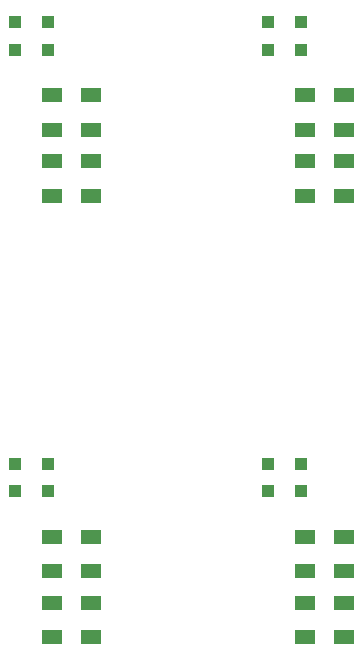
<source format=gtp>
G04 #@! TF.GenerationSoftware,KiCad,Pcbnew,(7.0.0-0)*
G04 #@! TF.CreationDate,2025-08-17T10:04:58+12:00*
G04 #@! TF.ProjectId,signal_panelized_X4,7369676e-616c-45f7-9061-6e656c697a65,rev?*
G04 #@! TF.SameCoordinates,Original*
G04 #@! TF.FileFunction,Paste,Top*
G04 #@! TF.FilePolarity,Positive*
%FSLAX46Y46*%
G04 Gerber Fmt 4.6, Leading zero omitted, Abs format (unit mm)*
G04 Created by KiCad (PCBNEW (7.0.0-0)) date 2025-08-17 10:04:58*
%MOMM*%
%LPD*%
G01*
G04 APERTURE LIST*
%ADD10R,1.100000X1.100000*%
%ADD11R,1.800000X1.150000*%
G04 APERTURE END LIST*
D10*
X173449999Y-102249999D03*
X170649999Y-102249999D03*
D11*
X177099999Y-111324999D03*
X177099999Y-108374999D03*
D10*
X170649999Y-104549999D03*
X173449999Y-104549999D03*
D11*
X173799999Y-116924999D03*
X173799999Y-113974999D03*
X177099999Y-113974999D03*
X177099999Y-116924999D03*
X173799999Y-108374999D03*
X173799999Y-111324999D03*
X155699999Y-111324999D03*
X155699999Y-108374999D03*
X152399999Y-108374999D03*
X152399999Y-111324999D03*
D10*
X152049999Y-102249999D03*
X149249999Y-102249999D03*
X149249999Y-104549999D03*
X152049999Y-104549999D03*
D11*
X155699999Y-113974999D03*
X155699999Y-116924999D03*
X152399999Y-116924999D03*
X152399999Y-113974999D03*
X173799999Y-70974999D03*
X173799999Y-73924999D03*
D10*
X173449999Y-64849999D03*
X170649999Y-64849999D03*
D11*
X177099999Y-73924999D03*
X177099999Y-70974999D03*
D10*
X170649999Y-67149999D03*
X173449999Y-67149999D03*
D11*
X177099999Y-76574999D03*
X177099999Y-79524999D03*
X173799999Y-79524999D03*
X173799999Y-76574999D03*
X152399999Y-79524999D03*
X152399999Y-76574999D03*
X155699999Y-76574999D03*
X155699999Y-79524999D03*
X152399999Y-70974999D03*
X152399999Y-73924999D03*
D10*
X149249999Y-67149999D03*
X152049999Y-67149999D03*
X152049999Y-64849999D03*
X149249999Y-64849999D03*
D11*
X155699999Y-73924999D03*
X155699999Y-70974999D03*
M02*

</source>
